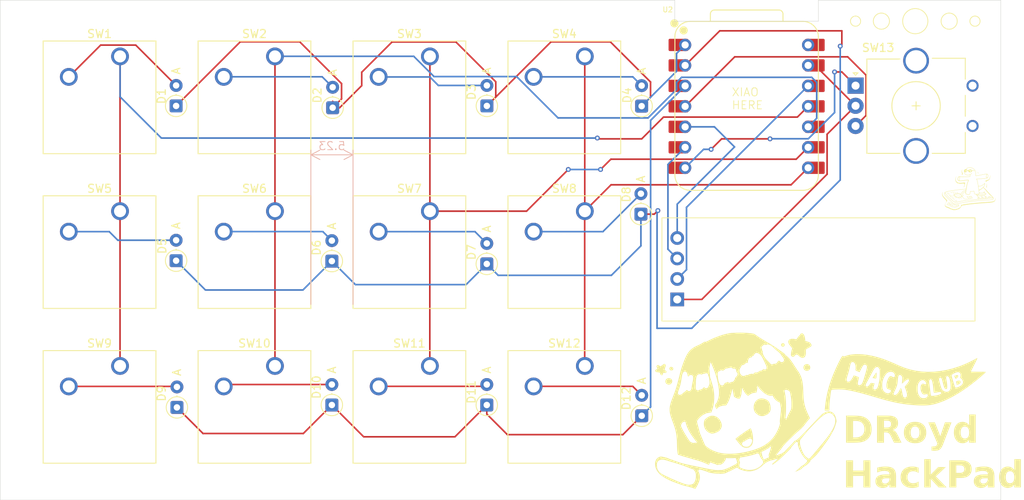
<source format=kicad_pcb>
(kicad_pcb (version 20241229) (generator "pcbnew") (generator_version "9.0")
  (layers (0 "F.Cu" signal) (2 "B.Cu" signal) (13 "F.Paste" user) (15 "B.Paste" user) (5 "F.SilkS" user "F.Silkscreen") (7 "B.SilkS" user "B.Silkscreen") (1 "F.Mask" user) (3 "B.Mask" user) (25 "Edge.Cuts" user))
  (net 0 "")
  (net 1 "+5V")
  (net 2 "Net-(D1-A)")
  (net 3 "GND")
  (net 4 "Row1")
  (net 5 "Net-(D3-A)")
  (net 6 "Net-(D4-A)")
  (net 7 "Net-(D5-A)")
  (net 8 "Net-(D6-A)")
  (net 9 "Row2")
  (net 10 "Net-(D7-A)")
  (net 11 "Net-(D8-A)")
  (net 12 "Net-(D9-A)")
  (net 13 "Row3")
  (net 14 "Net-(D10-A)")
  (net 15 "Net-(D11-A)")
  (net 16 "Net-(D12-A)")
  (net 17 "Net-(J1-SCL)")
  (net 18 "+3.3V")
  (net 19 "Net-(J1-SDA)")
  (net 20 "Col4")
  (net 21 "Net-(U2-GPIO29{slash}ADC3{slash}A3)")
  (net 22 "Net-(U2-GPIO0{slash}TX)")
  (net 23 "Col2")
  (net 24 "Col3")
  (net 25 "Col1")
  (net 26 "Net-(D2-A)")
  (footprint "ScottoKeebs_Components:OLED_128x32" (layer "F.Cu") (at 176.3 79.32)
    (property "Reference" "J1" (hide yes))
    (property "Value" "OLED_128x32")
    (pad "1" thru_hole rect (at 1.6 9.8 180) (size 1.7 1.7) (drill 1) (layers "*.Cu" "*.Mask") (net 3 "GND"))
    (pad "2" thru_hole oval (at 1.6 7.26 180) (size 1.7 1.7) (drill 1) (layers "*.Cu" "*.Mask") (net 18 "+3.3V"))
    (pad "3" thru_hole oval (at 1.6 4.72 180) (size 1.7 1.7) (drill 1) (layers "*.Cu" "*.Mask") (net 17 "Net-(J1-SCL)"))
    (pad "4" thru_hole oval (at 1.6 2.18 180) (size 1.7 1.7) (drill 1) (layers "*.Cu" "*.Mask") (net 19 "Net-(J1-SDA)"))
  )
  (footprint "Rotary_Encoder:RotaryEncoder_Alps_EC11E_Vertical_H20mm_CircularMountingHoles" (layer "F.Cu") (at 200 62.6)
    (property "Reference" "SW13" (at 2.8 -4.7 0) (layer "F.SilkS"))
    (property "Value" "RotaryEncoder")
    (pad "" thru_hole circle (at 14.5 0) (size 1.5 1.5) (drill 1) (layers "*.Cu" "*.Mask"))
    (pad "" thru_hole circle (at 14.5 5) (size 1.5 1.5) (drill 1) (layers "*.Cu" "*.Mask"))
    (pad "A" thru_hole rect (at 0 0) (size 2 2) (drill 1) (layers "*.Cu" "*.Mask") (net 22 "Net-(U2-GPIO0{slash}TX)"))
    (pad "B" thru_hole circle (at 0 5) (size 2 2) (drill 1) (layers "*.Cu" "*.Mask") (net 21 "Net-(U2-GPIO29{slash}ADC3{slash}A3)"))
    (pad "C" thru_hole circle (at 0 2.5) (size 2 2) (drill 1) (layers "*.Cu" "*.Mask") (net 3 "GND"))
    (pad "MP" thru_hole circle (at 7.5 -3.1) (size 3.2 3.2) (drill 2.6) (layers "*.Cu" "*.Mask"))
    (pad "MP" thru_hole circle (at 7.5 8.1) (size 3.2 3.2) (drill 2.6) (layers "*.Cu" "*.Mask"))
  )
  (footprint "OPL_FOLD:XIAO-RP2040-DIP" (layer "F.Cu") (at 186.5 65.1685)
    (property "Reference" "U2" (at -9.78 -12 0) (layer "F.SilkS") (effects (font (size 0.635 0.635) (thickness 0.1016))))
    (property "Value" "XIAO-RP2040-DIP")
    (pad "1" smd roundrect (at -8.455 -7.62 180) (size 2.432 1.524) (layers "F.Cu" "F.Mask") (roundrect_rratio 0.1) (net 4 "Row1"))
    (pad "1" thru_hole circle (at -7.62 -7.62 180) (size 1.524 1.524) (drill 0.889) (layers "*.Cu" "*.Mask") (net 4 "Row1"))
    (pad "2" smd roundrect (at -8.455 -5.08 180) (size 2.432 1.524) (layers "F.Cu" "F.Mask") (roundrect_rratio 0.1) (net 9 "Row2"))
    (pad "2" thru_hole circle (at -7.62 -5.08 180) (size 1.524 1.524) (drill 0.889) (layers "*.Cu" "*.Mask") (net 9 "Row2"))
    (pad "3" smd roundrect (at -8.455 -2.54 180) (size 2.432 1.524) (layers "F.Cu" "F.Mask") (roundrect_rratio 0.1) (net 13 "Row3"))
    (pad "3" thru_hole circle (at -7.62 -2.54 180) (size 1.524 1.524) (drill 0.889) (layers "*.Cu" "*.Mask") (net 13 "Row3"))
    (pad "4" smd roundrect (at -8.455 0 180) (size 2.432 1.524) (layers "F.Cu" "F.Mask") (roundrect_rratio 0.1) (net 21 "Net-(U2-GPIO29{slash}ADC3{slash}A3)"))
    (pad "4" thru_hole circle (at -7.62 0 180) (size 1.524 1.524) (drill 0.889) (layers "*.Cu" "*.Mask") (net 21 "Net-(U2-GPIO29{slash}ADC3{slash}A3)"))
    (pad "5" smd roundrect (at -8.455 2.54 180) (size 2.432 1.524) (layers "F.Cu" "F.Mask") (roundrect_rratio 0.1) (net 19 "Net-(J1-SDA)"))
    (pad "5" thru_hole circle (at -7.62 2.54 180) (size 1.524 1.524) (drill 0.889) (layers "*.Cu" "*.Mask") (net 19 "Net-(J1-SDA)"))
    (pad "6" smd roundrect (at -8.455 5.08 180) (size 2.432 1.524) (layers "F.Cu" "F.Mask") (roundrect_rratio 0.1) (net 17 "Net-(J1-SCL)"))
    (pad "6" thru_hole circle (at -7.62 5.08 180) (size 1.524 1.524) (drill 0.889) (layers "*.Cu" "*.Mask") (net 17 "Net-(J1-SCL)"))
    (pad "7" smd roundrect (at -8.455 7.62 180) (size 2.432 1.524) (layers "F.Cu" "F.Mask") (roundrect_rratio 0.1) (net 22 "Net-(U2-GPIO0{slash}TX)"))
    (pad "7" thru_hole circle (at -7.62 7.62 180) (size 1.524 1.524) (drill 0.889) (layers "*.Cu" "*.Mask") (net 22 "Net-(U2-GPIO0{slash}TX)"))
    (pad "8" thru_hole circle (at 7.62 7.62) (size 1.524 1.524) (drill 0.889) (layers "*.Cu" "*.Mask") (net 20 "Col4"))
    (pad "8" smd roundrect (at 8.455 7.62) (size 2.432 1.524) (layers "F.Cu" "F.Mask") (roundrect_rratio 0.1) (net 20 "Col4"))
    (pad "9" thru_hole circle (at 7.62 5.08) (size 1.524 1.524) (drill 0.889) (layers "*.Cu" "*.Mask") (net 24 "Col3"))
    (pad "9" smd roundrect (at 8.455 5.08) (size 2.432 1.524) (layers "F.Cu" "F.Mask") (roundrect_rratio 0.1) (net 24 "Col3"))
    (pad "10" thru_hole circle (at 7.62 2.54) (size 1.524 1.524) (drill 0.889) (layers "*.Cu" "*.Mask") (net 23 "Col2"))
    (pad "10" smd roundrect (at 8.455 2.54) (size 2.432 1.524) (layers "F.Cu" "F.Mask") (roundrect_rratio 0.1) (net 23 "Col2"))
    (pad "11" thru_hole circle (at 7.62 0) (size 1.524 1.524) (drill 0.889) (layers "*.Cu" "*.Mask") (net 25 "Col1"))
    (pad "11" smd roundrect (at 8.455 0) (size 2.432 1.524) (layers "F.Cu" "F.Mask") (roundrect_rratio 0.1) (net 25 "Col1"))
    (pad "12" thru_hole circle (at 7.62 -2.54) (size 1.524 1.524) (drill 0.889) (layers "*.Cu" "*.Mask") (net 18 "+3.3V"))
    (pad "12" smd roundrect (at 8.455 -2.54) (size 2.432 1.524) (layers "F.Cu" "F.Mask") (roundrect_rratio 0.1) (net 18 "+3.3V"))
    (pad "13" thru_hole circle (at 7.62 -5.08) (size 1.524 1.524) (drill 0.889) (layers "*.Cu" "*.Mask") (net 3 "GND"))
    (pad "13" smd roundrect (at 8.455 -5.08) (size 2.432 1.524) (layers "F.Cu" "F.Mask") (roundrect_rratio 0.1) (net 3 "GND"))
    (pad "14" thru_hole circle (at 7.62 -7.62) (size 1.524 1.524) (drill 0.889) (layers "*.Cu" "*.Mask") (net 1 "+5V"))
    (pad "14" smd roundrect (at 8.455 -7.62) (size 2.432 1.524) (layers "F.Cu" "F.Mask") (roundrect_rratio 0.1) (net 1 "+5V"))
  )
  (footprint "Diode_THT:D_DO-35_SOD27_P2.54mm_Vertical_AnodeUp" (layer "F.Cu") (at 154.3 102.214315 90)
    (property "Reference" "D11" (at 1.614315 -1.9 90) (layer "F.SilkS"))
    (property "Value" "1N4148")
    (fp_text user "A" (at 4.34 0 90) (layer "F.SilkS"))
    (pad "1" thru_hole roundrect (at 0 0 90) (size 1.6 1.6) (drill 0.8) (layers "*.Cu" "*.Mask") (roundrect_rratio 0.15625) (net 13 "Row3"))
    (pad "2" thru_hole circle (at 2.54 0 90) (size 1.6 1.6) (drill 0.8) (layers "*.Cu" "*.Mask") (net 15 "Net-(D11-A)"))
  )
  (footprint "LOGO" (layer "F.Cu") (at 206.2 99.4)
    (property "Reference" "G***" (hide yes))
    (property "Value" "LOGO" (hide yes))
  )
  (footprint "Diode_THT:D_DO-35_SOD27_P2.54mm_Vertical_AnodeUp" (layer "F.Cu") (at 115.8 65.114315 90)
    (property "Reference" "D1" (at 1.214315 -1.8 90) (layer "F.SilkS"))
    (property "Value" "1N4148")
    (fp_text user "A" (at 4.34 0 90) (layer "F.SilkS"))
    (pad "1" thru_hole roundrect (at 0 0 90) (size 1.6 1.6) (drill 0.8) (layers "*.Cu" "*.Mask") (roundrect_rratio 0.15625) (net 4 "Row1"))
    (pad "2" thru_hole circle (at 2.54 0 90) (size 1.6 1.6) (drill 0.8) (layers "*.Cu" "*.Mask") (net 2 "Net-(D1-A)"))
  )
  (footprint "LOGO" (layer "F.Cu") (at 214.2 75.4 -10)
    (property "Reference" "G***" (hide yes))
    (property "Value" "LOGO" (hide yes))
  )
  (footprint "Diode_THT:D_DO-35_SOD27_P2.54mm_Vertical_AnodeUp" (layer "F.Cu") (at 115.8 84.314315 90)
    (property "Reference" "D5" (at 1.814315 -1.726371 90) (layer "F.SilkS"))
    (property "Value" "1N4148")
    (fp_text user "A" (at 4.34 0 90) (layer "F.SilkS"))
    (pad "1" thru_hole roundrect (at 0 0 90) (size 1.6 1.6) (drill 0.8) (layers "*.Cu" "*.Mask") (roundrect_rratio 0.15625) (net 9 "Row2"))
    (pad "2" thru_hole circle (at 2.54 0 90) (size 1.6 1.6) (drill 0.8) (layers "*.Cu" "*.Mask") (net 7 "Net-(D5-A)"))
  )
  (footprint "Button_Switch_Keyboard:SW_Cherry_MX_1.00u_PCB" (layer "F.Cu") (at 147.25 78.17)
    (property "Reference" "SW7" (at -2.54 -2.794 0) (layer "F.SilkS"))
    (property "Value" "SW_Push")
    (pad "" np_thru_hole circle (at -7.62 5.08) (size 1.7 1.7) (drill 1.7) (layers "*.Cu" "*.Mask"))
    (pad "" np_thru_hole circle (at -2.54 5.08) (size 4 4) (drill 4) (layers "*.Cu" "*.Mask"))
    (pad "" np_thru_hole circle (at 2.54 5.08) (size 1.7 1.7) (drill 1.7) (layers "*.Cu" "*.Mask"))
    (pad "1" thru_hole circle (at 0 0) (size 2.2 2.2) (drill 1.5) (layers "*.Cu" "*.Mask") (net 24 "Col3"))
    (pad "2" thru_hole circle (at -6.35 2.54) (size 2.2 2.2) (drill 1.5) (layers "*.Cu" "*.Mask") (net 10 "Net-(D7-A)"))
  )
  (footprint "Button_Switch_Keyboard:SW_Cherry_MX_1.00u_PCB" (layer "F.Cu") (at 147.25 97.37)
    (property "Reference" "SW11" (at -2.54 -2.794 0) (layer "F.SilkS"))
    (property "Value" "SW_Push")
    (pad "" np_thru_hole circle (at -7.62 5.08) (size 1.7 1.7) (drill 1.7) (layers "*.Cu" "*.Mask"))
    (pad "" np_thru_hole circle (at -2.54 5.08) (size 4 4) (drill 4) (layers "*.Cu" "*.Mask"))
    (pad "" np_thru_hole circle (at 2.54 5.08) (size 1.7 1.7) (drill 1.7) (layers "*.Cu" "*.Mask"))
    (pad "1" thru_hole circle (at 0 0) (size 2.2 2.2) (drill 1.5) (layers "*.Cu" "*.Mask") (net 24 "Col3"))
    (pad "2" thru_hole circle (at -6.35 2.54) (size 2.2 2.2) (drill 1.5) (layers "*.Cu" "*.Mask") (net 15 "Net-(D11-A)"))
  )
  (footprint "Diode_THT:D_DO-35_SOD27_P2.54mm_Vertical_AnodeUp" (layer "F.Cu") (at 135.2 65.34 90)
    (property "Reference" "D2" (at 1.54 -1.9 90) (layer "F.SilkS"))
    (property "Value" "1N4148")
    (fp_text user "A" (at 4.34 0 90) (layer "F.SilkS"))
    (pad "1" thru_hole roundrect (at 0 0 90) (size 1.6 1.6) (drill 0.8) (layers "*.Cu" "*.Mask") (roundrect_rratio 0.15625) (net 4 "Row1"))
    (pad "2" thru_hole circle (at 2.54 0 90) (size 1.6 1.6) (drill 0.8) (layers "*.Cu" "*.Mask") (net 26 "Net-(D2-A)"))
  )
  (footprint "Diode_THT:D_DO-35_SOD27_P2.54mm_Vertical_AnodeUp" (layer "F.Cu") (at 173.4 78.54 90)
    (property "Reference" "D8" (at 2.44 -1.8 90) (layer "F.SilkS"))
    (property "Value" "1N4148")
    (fp_text user "A" (at 4.34 0 90) (layer "F.SilkS"))
    (pad "1" thru_hole roundrect (at 0 0 90) (size 1.6 1.6) (drill 0.8) (layers "*.Cu" "*.Mask") (roundrect_rratio 0.15625) (net 9 "Row2"))
    (pad "2" thru_hole circle (at 2.54 0 90) (size 1.6 1.6) (drill 0.8) (layers "*.Cu" "*.Mask") (net 11 "Net-(D8-A)"))
  )
  (footprint "Button_Switch_Keyboard:SW_Cherry_MX_1.00u_PCB" (layer "F.Cu") (at 166.45 58.97)
    (property "Reference" "SW4" (at -2.54 -2.794 0) (layer "F.SilkS"))
    (property "Value" "SW_Push")
    (pad "" np_thru_hole circle (at -7.62 5.08) (size 1.7 1.7) (drill 1.7) (layers "*.Cu" "*.Mask"))
    (pad "" np_thru_hole circle (at -2.54 5.08) (size 4 4) (drill 4) (layers "*.Cu" "*.Mask"))
    (pad "" np_thru_hole circle (at 2.54 5.08) (size 1.7 1.7) (drill 1.7) (layers "*.Cu" "*.Mask"))
    (pad "1" thru_hole circle (at 0 0) (size 2.2 2.2) (drill 1.5) (layers "*.Cu" "*.Mask") (net 20 "Col4"))
    (pad "2" thru_hole circle (at -6.35 2.54) (size 2.2 2.2) (drill 1.5) (layers "*.Cu" "*.Mask") (net 6 "Net-(D4-A)"))
  )
  (footprint "Button_Switch_Keyboard:SW_Cherry_MX_1.00u_PCB" (layer "F.Cu") (at 128.05 58.97)
    (property "Reference" "SW2" (at -2.54 -2.794 0) (layer "F.SilkS"))
    (property "Value" "SW_Push")
    (pad "" np_thru_hole circle (at -7.62 5.08) (size 1.7 1.7) (drill 1.7) (layers "*.Cu" "*.Mask"))
    (pad "" np_thru_hole circle (at -2.54 5.08) (size 4 4) (drill 4) (layers "*.Cu" "*.Mask"))
    (pad "" np_thru_hole circle (at 2.54 5.08) (size 1.7 1.7) (drill 1.7) (layers "*.Cu" "*.Mask"))
    (pad "1" thru_hole circle (at 0 0) (size 2.2 2.2) (drill 1.5) (layers "*.Cu" "*.Mask") (net 23 "Col2"))
    (pad "2" thru_hole circle (at -6.35 2.54) (size 2.2 2.2) (drill 1.5) (layers "*.Cu" "*.Mask") (net 26 "Net-(D2-A)"))
  )
  (footprint "Diode_THT:D_DO-35_SOD27_P2.54mm_Vertical_AnodeUp" (layer "F.Cu") (at 135.1 84.364315 90)
    (property "Reference" "D6" (at 1.664315 -1.9 90) (layer "F.SilkS"))
    (property "Value" "1N4148")
    (fp_text user "A" (at 4.34 0 90) (layer "F.SilkS"))
    (pad "1" thru_hole roundrect (at 0 0 90) (size 1.6 1.6) (drill 0.8) (layers "*.Cu" "*.Mask") (roundrect_rratio 0.15625) (net 9 "Row2"))
    (pad "2" thru_hole circle (at 2.54 0 90) (size 1.6 1.6) (drill 0.8) (layers "*.Cu" "*.Mask") (net 8 "Net-(D6-A)"))
  )
  (footprint "Button_Switch_Keyboard:SW_Cherry_MX_1.00u_PCB" (layer "F.Cu") (at 166.45 97.37)
    (property "Reference" "SW12" (at -2.54 -2.794 0) (layer "F.SilkS"))
    (property "Value" "SW_Push")
    (pad "" np_thru_hole circle (at -7.62 5.08) (size 1.7 1.7) (drill 1.7) (layers "*.Cu" "*.Mask"))
    (pad "" np_thru_hole circle (at -2.54 5.08) (size 4 4) (drill 4) (layers "*.Cu" "*.Mask"))
    (pad "" np_thru_hole circle (at 2.54 5.08) (size 1.7 1.7) (drill 1.7) (layers "*.Cu" "*.Mask"))
    (pad "1" thru_hole circle (at 0 0) (size 2.2 2.2) (drill 1.5) (layers "*.Cu" "*.Mask") (net 20 "Col4"))
    (pad "2" thru_hole circle (at -6.35 2.54) (size 2.2 2.2) (drill 1.5) (layers "*.Cu" "*.Mask") (net 16 "Net-(D12-A)"))
  )
  (footprint "Diode_THT:D_DO-35_SOD27_P2.54mm_Vertical_AnodeUp" (layer "F.Cu") (at 154.3 84.714315 90)
    (property "Reference" "D7" (at 1.464315 -1.9 90) (layer "F.SilkS"))
    (property "Value" "1N4148")
    (fp_text user "A" (at 4.34 0 90) (layer "F.SilkS"))
    (pad "1" thru_hole roundrect (at 0 0 90) (size 1.6 1.6) (drill 0.8) (layers "*.Cu" "*.Mask") (roundrect_rratio 0.15625) (net 9 "Row2"))
    (pad "2" thru_hole circle (at 2.54 0 90) (size 1.6 1.6) (drill 0.8) (layers "*.Cu" "*.Mask") (net 10 "Net-(D7-A)"))
  )
  (footprint "Button_Switch_Keyboard:SW_Cherry_MX_1.00u_PCB" (layer "F.Cu") (at 128.05 97.37)
    (property "Reference" "SW10" (at -2.54 -2.794 0) (layer "F.SilkS"))
    (property "Value" "SW_Push")
    (pad "" np_thru_hole circle (at -7.62 5.08) (size 1.7 1.7) (drill 1.7) (layers "*.Cu" "*.Mask"))
    (pad "" np_thru_hole circle (at -2.54 5.08) (size 4 4) (drill 4) (layers "*.Cu" "*.Mask"))
    (pad "" np_thru_hole circle (at 2.54 5.08) (size 1.7 1.7) (drill 1.7) (layers "*.Cu" "*.Mask"))
    (pad "1" thru_hole circle (at 0 0) (size 2.2 2.2) (drill 1.5) (layers "*.Cu" "*.Mask") (net 23 "Col2"))
    (pad "2" thru_hole circle (at -6.35 2.54) (size 2.2 2.2) (drill 1.5) (layers "*.Cu" "*.Mask") (net 14 "Net-(D10-A)"))
  )
  (footprint "Diode_THT:D_DO-35_SOD27_P2.54mm_Vertical_AnodeUp" (layer "F.Cu") (at 115.9 102.514315 90)
    (property "Reference" "D9" (at 1.714315 -1.9 90) (layer "F.SilkS"))
    (property "Value" "1N4148")
    (fp_text user "A" (at 4.34 0 90) (layer "F.SilkS"))
    (pad "1" thru_hole roundrect (at 0 0 90) (size 1.6 1.6) (drill 0.8) (layers "*.Cu" "*.Mask") (roundrect_rratio 0.15625) (net 13 "Row3"))
    (pad "2" thru_hole circle (at 2.54 0 90) (size 1.6 1.6) (drill 0.8) (layers "*.Cu" "*.Mask") (net 12 "Net-(D9-A)"))
  )
  (footprint "Diode_THT:D_DO-35_SOD27_P2.54mm_Vertical_AnodeUp" (layer "F.Cu") (at 173.5 103.554315 90)
    (property "Reference" "D12" (at 2.154315 -1.9 90) (layer "F.SilkS"))
    (property "Value" "1N4148")
    (fp_text user "A" (at 4.34 0 90) (layer "F.SilkS"))
    (pad "1" thru_hole roundrect (at 0 0 90) (size 1.6 1.6) (drill 0.8) (layers "*.Cu" "*.Mask") (roundrect_rratio 0.15625) (net 13 "Row3"))
    (pad "2" thru_hole circle (at 2.54 0 90) (size 1.6 1.6) (drill 0.8) (layers "*.Cu" "*.Mask") (net 16 "Net-(D12-A)"))
  )
  (footprint "Diode_THT:D_DO-35_SOD27_P2.54mm_Vertical_AnodeUp" (layer "F.Cu") (at 135.1 102.214315 90)
    (property "Reference" "D10" (at 2.214315 -1.9 90) (layer "F.SilkS"))
    (property "Value" "1N4148")
    (fp_text user "A" (at 4.34 0 90) (layer "F.SilkS"))
    (pad "1" thru_hole roundrect (at 0 0 90) (size 1.6 1.6) (drill 0.8) (layers "*.Cu" "*.Mask") (roundrect_rratio 0.15625) (net 13 "Row3"))
    (pad "2" thru_hole circle (at 2.54 0 90) (size 1.6 1.6) (drill 0.8) (layers "*.Cu" "*.Mask") (net 14 "Net-(D10-A)"))
  )
  (footprint "Button_Switch_Keyboard:SW_Cherry_MX_1.00u_PCB" (layer "F.Cu") (at 108.85 58.97)
    (property "Reference" "SW1" (at -2.54 -2.794 0) (layer "F.SilkS"))
    (property "Value" "SW_Push")
    (pad "" np_thru_hole circle (at -7.62 5.08) (size 1.7 1.7) (drill 1.7) (layers "*.Cu" "*.Mask"))
    (pad "" np_thru_hole circle (at -2.54 5.08) (size 4 4) (drill 4) (layers "*.Cu" "*.Mask"))
    (pad "" np_thru_hole circle (at 2.54 5.08) (size 1.7 1.7) (drill 1.7) (layers "*.Cu" "*.Mask"))
    (pad "1" thru_hole circle (at 0 0) (size 2.2 2.2) (drill 1.5) (layers "*.Cu" "*.Mask") (net 25 "Col1"))
    (pad "2" thru_hole circle (at -6.35 2.54) (size 2.2 2.2) (drill 1.5) (layers "*.Cu" "*.Mask") (net 2 "Net-(D1-A)"))
  )
  (footprint "Diode_THT:D_DO-35_SOD27_P2.54mm_Vertical_AnodeUp" (layer "F.Cu") (at 173.49 65.14 90)
    (property "Reference" "D4" (at 1.34 -1.79 90) (layer "F.SilkS"))
    (property "Value" "1N4148")
    (fp_text user "A" (at 4.34 0 90) (layer "F.SilkS"))
    (pad "1" thru_hole roundrect (at 0 0 90) (size 1.6 1.6) (drill 0.8) (layers "*.Cu" "*.Mask") (roundrect_rratio 0.15625) (net 4 "Row1"))
    (pad "2" thru_hole circle (at 2.54 0 90) (size 1.6 1.6) (drill 0.8) (layers "*.Cu" "*.Mask") (net 6 "Net-(D4-A)"))
  )
  (footprint "Button_Switch_Keyboard:SW_Cherry_MX_1.00u_PCB" (layer "F.Cu") (at 128.05 78.17)
    (property "Reference" "SW6" (at -2.54 -2.794 0) (layer "F.SilkS"))
    (property "Value" "SW_Push")
    (pad "" np_thru_hole circle (at -7.62 5.08) (size 1.7 1.7) (drill 1.7) (layers "*.Cu" "*.Mask"))
    (pad "" np_thru_hole circle (at -2.54 5.08) (size 4 4) (drill 4) (layers "*.Cu" "*.Mask"))
    (pad "" np_thru_hole circle (at 2.54 5.08) (size 1.7 1.7) (drill 1.7) (layers "*.Cu" "*.Mask"))
    (pad "1" thru_hole circle (at 0 0) (size 2.2 2.2) (drill 1.5) (layers "*.Cu" "*.Mask") (net 23 "Col2"))
    (pad "2" thru_hole circle (at -6.35 2.54) (size 2.2 2.2) (drill 1.5) (layers "*.Cu" "*.Mask") (net 8 "Net-(D6-A)"))
  )
  (footprint "Button_Switch_Keyboard:SW_Cherry_MX_1.00u_PCB" (layer "F.Cu") (at 147.25 58.97)
    (property "Reference" "SW3" (at -2.54 -2.794 0) (layer "F.SilkS"))
    (property "Value" "SW_Push")
    (pad "" np_thru_hole circle (at -7.62 5.08) (size 1.7 1.7) (drill 1.7) (layers "*.Cu" "*.Mask"))
    (pad "" np_thru_hole circle (at -2.54 5.08) (size 4 4) (drill 4) (layers "*.Cu" "*.Mask"))
    (pad "" np_thru_hole circle (at 2.54 5.08) (size 1.7 1.7) (drill 1.7) (layers "*.Cu" "*.Mask"))
    (pad "1" thru_hole circle (at 0 0) (size 2.2 2.2) (drill 1.5) (layers "*.Cu" "*.Mask") (net 24 "Col3"))
    (pad "2" thru_hole circle (at -6.35 2.54) (size 2.2 2.2) (drill 1.5) (layers "*.Cu" "*.Mask") (net 5 "Net-(D3-A)"))
  )
  (footprint "Button_Switch_Keyboard:SW_Cherry_MX_1.00u_PCB" (layer "F.Cu") (at 108.85 78.17)
    (property "Reference" "SW5" (at -2.54 -2.794 0) (layer "F.SilkS"))
    (property "Value" "SW_Push")
    (pad "" np_thru_hole circle (at -7.62 5.08) (size 1.7 1.7) (drill 1.7) (layers "*.Cu" "*.Mask"))
    (pad "" np_thru_hole circle (at -2.54 5.08) (size 4 4) (drill 4) (layers "*.Cu" "*.Mask"))
    (pad "" np_thru_hole circle (at 2.54 5.08) (size 1.7 1.7) (drill 1.7) (layers "*.Cu" "*.Mask"))
    (pad "1" thru_hole circle (at 0 0) (size 2.2 2.2) (drill 1.5) (layers "*.Cu" "*.Mask") (net 25 "Col1"))
    (pad "2" thru_hole circle (at -6.35 2.54) (size 2.2 2.2) (drill 1.5) (layers "*.Cu" "*.Mask") (net 7 "Net-(D5-A)"))
  )
  (footprint "Button_Switch_Keyboard:SW_Cherry_MX_1.00u_PCB" (layer "F.Cu") (at 108.85 97.37)
    (property "Reference" "SW9" (at -2.54 -2.794 0) (layer "F.SilkS"))
    (property "Value" "SW_Push")
    (pad "" np_thru_hole circle (at -7.62 5.08) (size 1.7 1.7) (drill 1.7) (layers "*.Cu" "*.Mask"))
    (pad "" np_thru_hole circle (at -2.54 5.08) (size 4 4) (drill 4) (layers "*.Cu" "*.Mask"))
    (pad "" np_thru_hole circle (at 2.54 5.08) (size 1.7 1.7) (drill 1.7) (layers "*.Cu" "*.Mask"))
    (pad "1" thru_hole circle (at 0 0) (size 2.2 2.2) (drill 1.5) (layers "*.Cu" "*.Mask") (net 25 "Col1"))
    (pad "2" thru_hole circle (at -6.35 2.54) (size 2.2 2.2) (drill 1.5) (layers "*.Cu" "*.Mask") (net 12 "Net-(D9-A)"))
  )
  (footprint "LOGO" (layer "F.Cu") (at 185.707714 102.8)
    (property "Reference" "G***" (hide yes))
    (property "Value" "LOGO" (hide yes))
  )
  (footprint "Button_Switch_Keyboard:SW_Cherry_MX_1.00u_PCB" (layer "F.Cu") (at 166.45 78.17)
    (property "Reference" "SW8" (at -2.54 -2.794 0) (layer "F.SilkS"))
    (property "Value" "SW_Push")
    (pad "" np_thru_hole circle (at -7.62 5.08) (size 1.7 1.7) (drill 1.7) (layers "*.Cu" "*.Mask"))
    (pad "" np_thru_hole circle (at -2.54 5.08) (size 4 4) (drill 4) (layers "*.Cu" "*.Mask"))
    (pad "" np_thru_hole circle (at 2.54 5.08) (size 1.7 1.7) (drill 1.7) (layers "*.Cu" "*.Mask"))
    (pad "1" thru_hole circle (at 0 0) (size 2.2 2.2) (drill 1.5) (layers "*.Cu" "*.Mask") (net 20 "Col4"))
    (pad "2" thru_hole circle (at -6.35 2.54) (size 2.2 2.2) (drill 1.5) (layers "*.Cu" "*.Mask") (net 11 "Net-(D8-A)"))
  )
  (footprint "Diode_THT:D_DO-35_SOD27_P2.54mm_Vertical_AnodeUp" (layer "F.Cu") (at 154.31 65.114315 90)
    (property "Reference" "D3" (at 1.714315 -1.91 90) (layer "F.SilkS"))
    (property "Value" "1N4148")
    (fp_text user "A" (at 4.34 0 90) (layer "F.SilkS"))
    (pad "1" thru_hole roundrect (at 0 0 90) (size 1.6 1.6) (drill 0.8) (layers "*.Cu" "*.Mask") (roundrect_rratio 0.15625) (net 4 "Row1"))
    (pad "2" thru_hole circle (at 2.54 0 90) (size 1.6 1.6) (drill 0.8) (layers "*.Cu" "*.Mask") (net 5 "Net-(D3-A)"))
  )
  (gr_circle (center 207.4 54.6) (end 206.2 53.6) (stroke (width 0.1)) (fill no) (layer "F.SilkS"))
  (gr_circle (center 211.6 54.6) (end 212.2 55.4) (stroke (width 0.1)) (fill no) (layer "F.SilkS"))
  (gr_circle (center 203.2 54.6) (end 202.6 53.8) (stroke (width 0.1)) (fill no) (layer "F.SilkS"))
  (gr_rect (start 176 79) (end 214.8 91.8) (stroke (width 0.1)) (fill no) (layer "F.SilkS"))
  (gr_circle (center 200 54.6) (end 200.6 54.4) (stroke (width 0.1)) (fill no) (layer "F.SilkS"))
  (gr_circle (center 214.8 54.6) (end 214.2 54.8) (stroke (width 0.1)) (fill no) (layer "F.SilkS"))
  (gr_line (start 177.6 52) (end 177.6 54.6) (stroke (width 0.05)) (layer "Edge.Cuts"))
  (gr_line (start 218 52) (end 218 114) (stroke (width 0.05)) (layer "Edge.Cuts"))
  (gr_line (start 195.4 52) (end 218 52) (stroke (width 0.05)) (layer "Edge.Cuts"))
  (gr_line (start 177.6 54.6) (end 195.4 54.6) (stroke (width 0.05)) (layer "Edge.Cuts"))
  (gr_line (start 94 114) (end 94 52) (stroke (width 0.05)) (layer "Edge.Cuts"))
  (gr_line (start 195.4 54.6) (end 195.4 52) (stroke (width 0.05)) (layer "Edge.Cuts"))
  (gr_line (start 218 114) (end 94 114) (stroke (width 0.05)) (layer "Edge.Cuts"))
  (gr_line (start 94 52) (end 177.6 52) (stroke (width 0.05)) (layer "Edge.Cuts"))
  (gr_text "DRoyd\nHackPad" (at 198.4 113 0) (layer "F.SilkS") (effects (font (size 3.3 3.3) (thickness 0.4) (bold yes)) (justify left bottom)))
  (gr_text "XIAO\nHERE" (at 184.6 65.6 0) (layer "F.SilkS") (effects (font (size 1 1) (thickness 0.1)) (justify left bottom)))
  (dimension (type orthogonal) (layer "B.SilkS") (pts (xy 132.495 90.235) (xy 137.725 90.235)) (height -19.055) (orientation 0) (format (prefix "") (suffix "") (units 3) (units_format 0) (precision 4) (suppress_zeroes yes)) (style (thickness 0.1) (arrow_length 1.27) (text_position_mode 0) (arrow_direction outward) (extension_height 0.58642) (extension_offset 0.5) (keep_text_aligned yes)) (gr_text "5.23" (at 135.11 70.08 0) (layer "B.SilkS") (effects (font (size 1 1) (thickness 0.1)) (justify mirror))))
  (segment (start 110.794685 57.569) (end 106.451 57.569) (width 0.2) (layer "F.Cu") (net 2))
  (segment (start 106.451 57.569) (end 102.51 61.51) (width 0.2) (layer "F.Cu") (net 2))
  (segment (start 115.8 62.574315) (end 110.794685 57.569) (width 0.2) (layer "F.Cu") (net 2))
  (segment (start 180.942126 89.12) (end 177.9 89.12) (width 0.2) (layer "F.Cu") (net 3))
  (segment (start 196.472 68.628) (end 196.472 73.590126) (width 0.2) (layer "F.Cu") (net 3))
  (segment (start 196.472 73.590126) (end 180.942126 89.12) (width 0.2) (layer "F.Cu") (net 3))
  (segment (start 194.9885 60.0885) (end 200 65.1) (width 0.2) (layer "F.Cu") (net 3))
  (segment (start 194.12 60.0885) (end 194.9885 60.0885) (width 0.2) (layer "F.Cu") (net 3))
  (segment (start 200 65.1) (end 196.472 68.628) (width 0.2) (layer "F.Cu") (net 3))
  (segment (start 138.8 60.94) (end 142.562 57.178) (width 0.2) (layer "F.Cu") (net 4))
  (segment (start 115.8 65.114315) (end 123.756315 57.158) (width 0.2) (layer "F.Cu") (net 4))
  (segment (start 169.61505 57.168) (end 174.591 62.14395) (width 0.2) (layer "F.Cu") (net 4))
  (segment (start 138.8 62.6) (end 138.8 60.94) (width 0.2) (layer "F.Cu") (net 4))
  (segment (start 135.2 65.34) (end 136.06 65.34) (width 0.2) (layer "F.Cu") (net 4))
  (segment (start 174.591 64.039) (end 173.49 65.14) (width 0.2) (layer "F.Cu") (net 4))
  (segment (start 155.411 64.013315) (end 154.31 65.114315) (width 0.2) (layer "F.Cu") (net 4))
  (segment (start 136.06 65.34) (end 138.8 62.6) (width 0.2) (layer "F.Cu") (net 4))
  (segment (start 142.562 57.178) (end 150.470735 57.178) (width 0.2) (layer "F.Cu") (net 4))
  (segment (start 131.11505 57.158) (end 136.301 62.34395) (width 0.2) (layer "F.Cu") (net 4))
  (segment (start 162.256315 57.168) (end 169.61505 57.168) (width 0.2) (layer "F.Cu") (net 4))
  (segment (start 174.591 62.14395) (end 174.591 64.039) (width 0.2) (layer "F.Cu") (net 4))
  (segment (start 123.756315 57.158) (end 131.11505 57.158) (width 0.2) (layer "F.Cu") (net 4))
  (segment (start 135.2 65.34) (end 135.2 64.54) (width 0.2) (layer "F.Cu") (net 4))
  (segment (start 136.301 64.239) (end 135.2 65.34) (width 0.2) (layer "F.Cu") (net 4))
  (segment (start 136.301 62.34395) (end 136.301 64.239) (width 0.2) (layer "F.Cu") (net 4))
  (segment (start 155.411 62.118265) (end 155.411 64.013315) (width 0.2) (layer "F.Cu") (net 4))
  (segment (start 150.470735 57.178) (end 155.411 62.118265) (width 0.2) (layer "F.Cu") (net 4))
  (segment (start 154.31 65.114315) (end 162.256315 57.168) (width 0.2) (layer "F.Cu") (net 4))
  (segment (start 177.817 60.813) (end 173.49 65.14) (width 0.2) (layer "B.Cu") (net 4))
  (segment (start 177.817 58.6115) (end 177.817 60.813) (width 0.2) (layer "B.Cu") (net 4))
  (segment (start 178.88 57.5485) (end 177.817 58.6115) (width 0.2) (layer "B.Cu") (net 4))
  (segment (start 148.295901 62.574315) (end 154.31 62.574315) (width 0.2) (layer "B.Cu") (net 5))
  (segment (start 147.241586 61.52) (end 148.295901 62.574315) (width 0.2) (layer "B.Cu") (net 5))
  (segment (start 140.9 61.52) (end 147.241586 61.52) (width 0.2) (layer "B.Cu") (net 5))
  (segment (start 160.09 61.51) (end 172.4 61.51) (width 0.2) (layer "B.Cu") (net 6))
  (segment (start 172.4 61.51) (end 173.49 62.6) (width 0.2) (layer "B.Cu") (net 6))
  (segment (start 107.51 80.71) (end 108.574315 81.774315) (width 0.2) (layer "B.Cu") (net 7))
  (segment (start 102.5 80.71) (end 107.51 80.71) (width 0.2) (layer "B.Cu") (net 7))
  (segment (start 108.574315 81.774315) (end 115.8 81.774315) (width 0.2) (layer "B.Cu") (net 7))
  (segment (start 121.7 80.7) (end 133.975685 80.7) (width 0.2) (layer "B.Cu") (net 8))
  (segment (start 133.975685 80.7) (end 135.1 81.824315) (width 0.2) (layer "B.Cu") (net 8))
  (segment (start 183.1685 55.8) (end 198.3 55.8) (width 0.2) (layer "F.Cu") (net 9))
  (segment (start 175.06 78.54) (end 173.4 78.54) (width 0.2) (layer "F.Cu") (net 9))
  (segment (start 175.5 78.1) (end 175.06 78.54) (width 0.2) (layer "F.Cu") (net 9))
  (segment (start 198.3 57.5) (end 198.1 57.7) (width 0.2) (layer "F.Cu") (net 9))
  (segment (start 198.3 55.8) (end 198.3 57.5) (width 0.2) (layer "F.Cu") (net 9))
  (segment (start 178.88 60.0885) (end 183.1685 55.8) (width 0.2) (layer "F.Cu") (net 9))
  (via (at 175.5 78.1) (size 0.6) (drill 0.3) (layers "F.Cu" "B.Cu") (net 9))
  (via (at 198.1 57.7) (size 0.6) (drill 0.3) (layers "F.Cu" "B.Cu") (net 9))
  (segment (start 179.7 92.7) (end 175.4 92.7) (width 0.2) (layer "B.Cu") (net 9))
  (segment (start 131.514315 87.95) (end 119.435685 87.95) (width 0.2) (layer "B.Cu") (net 9))
  (segment (start 173.4 82.47) (end 173.4 78.54) (width 0.2) (layer "B.Cu") (net 9))
  (segment (start 154.3 84.714315) (end 155.715685 86.13) (width 0.2) (layer "B.Cu") (net 9))
  (segment (start 135.1 84.364315) (end 131.514315 87.95) (width 0.2) (layer "B.Cu") (net 9))
  (segment (start 151.734315 87.28) (end 154.3 84.714315) (width 0.2) (layer "B.Cu") (net 9))
  (segment (start 135.1 84.364315) (end 138.015685 87.28) (width 0.2) (layer "B.Cu") (net 9))
  (segment (start 175.4 92.7) (end 175.4 78.2) (width 0.2) (layer "B.Cu") (net 9))
  (segment (start 169.74 86.13) (end 173.4 82.47) (width 0.2) (layer "B.Cu") (net 9))
  (segment (start 198.1 57.7) (end 198.1 74.3) (width 0.2) (layer "B.Cu") (net 9))
  (segment (start 198.1 74.3) (end 179.7 92.7) (width 0.2) (layer "B.Cu") (net 9))
  (segment (start 138.015685 87.28) (end 151.734315 87.28) (width 0.2) (layer "B.Cu") (net 9))
  (segment (start 175.4 78.2) (end 175.5 78.1) (width 0.2) (layer "B.Cu") (net 9))
  (segment (start 119.435685 87.95) (end 115.8 84.314315) (width 0.2) (layer "B.Cu") (net 9))
  (segment (start 155.715685 86.13) (end 169.74 86.13) (width 0.2) (layer "B.Cu") (net 9))
  (segment (start 152.835685 80.71) (end 154.3 82.174315) (width 0.2) (layer "B.Cu") (net 10))
  (segment (start 140.89 80.71) (end 152.835685 80.71) (width 0.2) (layer "B.Cu") (net 10))
  (segment (start 160.08 80.71) (end 168.69 80.71) (width 0.2) (layer "B.Cu") (net 11))
  (segment (start 168.69 80.71) (end 173.4 76) (width 0.2) (layer "B.Cu") (net 11))
  (segment (start 102.5 99.91) (end 115.835685 99.91) (width 0.2) (layer "F.Cu") (net 12))
  (segment (start 115.835685 99.91) (end 115.9 99.974315) (width 0.2) (layer "F.Cu") (net 12))
  (segment (start 173.5 103.554315) (end 171.164315 105.89) (width 0.2) (layer "F.Cu") (net 13))
  (segment (start 156.85 105.89) (end 154.3 103.34) (width 0.2) (layer "F.Cu") (net 13))
  (segment (start 139.045685 106.16) (end 135.1 102.214315) (width 0.2) (layer "F.Cu") (net 13))
  (segment (start 154.3 103.34) (end 154.3 102.214315) (width 0.2) (layer "F.Cu") (net 13))
  (segment (start 119.135685 105.75) (end 115.9 102.514315) (width 0.2) (layer "F.Cu") (net 13))
  (segment (start 154.3 102.214315) (end 150.354315 106.16) (width 0.2) (layer "F.Cu") (net 13))
  (segment (start 171.164315 105.89) (end 156.85 105.89) (width 0.2) (layer "F.Cu") (net 13))
  (segment (start 131.564315 105.75) (end 119.135685 105.75) (width 0.2) (layer "F.Cu") (net 13))
  (segment (start 135.1 102.214315) (end 131.564315 105.75) (width 0.2) (layer "F.Cu") (net 13))
  (segment (start 150.354315 106.16) (end 139.045685 106.16) (width 0.2) (layer "F.Cu") (net 13))
  (segment (start 174.601 66.9075) (end 174.601 102.453315) (width 0.2) (layer "B.Cu") (net 13))
  (segment (start 178.88 62.6285) (end 174.601 66.9075) (width 0.2) (layer "B.Cu") (net 13))
  (segment (start 174.601 102.453315) (end 173.5 103.554315) (width 0.2) (layer "B.Cu") (net 13))
  (segment (start 121.7 99.9) (end 122.5 99.9) (width 0.2) (layer "F.Cu") (net 14))
  (segment (start 122.5 99.9) (end 122.725685 99.674315) (width 0.2) (layer "F.Cu") (net 14))
  (segment (start 122.725685 99.674315) (end 135.1 99.674315) (width 0.2) (layer "F.Cu") (net 14))
  (segment (start 140.88 99.9) (end 154.074315 99.9) (width 0.2) (layer "F.Cu") (net 15))
  (segment (start 154.074315 99.9) (end 154.3 99.674315) (width 0.2) (layer "F.Cu") (net 15))
  (segment (start 160.08 99.9) (end 172.385685 99.9) (width 0.2) (layer "F.Cu") (net 16))
  (segment (start 172.385685 99.9) (end 173.5 101.014315) (width 0.2) (layer "F.Cu") (net 16))
  (segment (start 176.749 82.889) (end 176.749 72.3795) (width 0.2) (layer "B.Cu") (net 17))
  (segment (start 176.749 72.3795) (end 178.88 70.2485) (width 0.2) (layer "B.Cu") (net 17))
  (segment (start 177.9 84.04) (end 176.749 82.889) (width 0.2) (layer "B.Cu") (net 17))
  (segment (start 179.051 77.6975) (end 194.12 62.6285) (width 0.2) (layer "B.Cu") (net 18))
  (segment (start 179.051 85.429) (end 179.051 77.6975) (width 0.2) (layer "B.Cu") (net 18))
  (segment (start 177.9 86.58) (end 179.051 85.429) (width 0.2) (layer "B.Cu") (net 18))
  (segment (start 177.9 77.3) (end 177.9 81.5) (width 0.2) (layer "B.Cu") (net 19))
  (segment (start 185 70.2) (end 177.9 77.3) (width 0.2) (layer "B.Cu") (net 19))
  (segment (start 178.88 67.7085) (end 182.5085 67.7085) (width 0.2) (layer "B.Cu") (net 19))
  (segment (start 182.5085 67.7085) (end 185 70.2) (width 0.2) (layer "B.Cu") (net 19))
  (segment (start 166.44 58.97) (end 166.44 78.16) (width 0.2) (layer "F.Cu") (net 20))
  (segment (start 166.43 78.17) (end 169.701 74.899) (width 0.2) (layer "F.Cu") (net 20))
  (segment (start 166.43 78.17) (end 166.43 97.36) (width 0.2) (layer "F.Cu") (net 20))
  (segment (start 166.44 78.16) (end 166.43 78.17) (width 0.2) (layer "F.Cu") (net 20))
  (segment (start 169.701 74.899) (end 192.0095 74.899) (width 0.2) (layer "F.Cu") (net 20))
  (segment (start 192.0095 74.899) (end 194.12 72.7885) (width 0.2) (layer "F.Cu") (net 20))
  (segment (start 200 67.6) (end 201.301 66.299) (width 0.2) (layer "F.Cu") (net 21))
  (segment (start 201.301 61.299) (end 199.0275 59.0255) (width 0.2) (layer "F.Cu") (net 21))
  (segment (start 199.0275 59.0255) (end 185.023 59.0255) (width 0.2) (layer "F.Cu") (net 21))
  (segment (start 201.301 66.299) (end 201.301 61.299) (width 0.2) (layer "F.Cu") (net 21))
  (segment (start 185.023 59.0255) (end 178.88 65.1685) (width 0.2) (layer "F.Cu") (net 21))
  (segment (start 200 62.6) (end 198.3 60.9) (width 0.2) (layer "F.Cu") (net 22))
  (segment (start 198.3 60.9) (end 197.4 60.9) (width 0.2) (layer "F.Cu") (net 22))
  (segment (start 189.4 69.2) (end 183.4 69.2) (width 0.2) (layer "F.Cu") (net 22))
  (segment (start 183.4 69.2) (end 182.1 70.5) (width 0.2) (layer "F.Cu") (net 22))
  (via (at 182.1 70.5) (size 0.6) (drill 0.3) (layers "F.Cu" "B.Cu") (net 22))
  (via (at 189.4 69.2) (size 0.6) (drill 0.3) (layers "F.Cu" "B.Cu") (net 22))
  (via (at 197.4 60.9) (size 0.6) (drill 0.3) (layers "F.Cu" "B.Cu") (net 22))
  (segment (start 189.4145 69.1855) (end 189.4 69.2) (width 0.2) (layer "B.Cu") (net 22))
  (segment (start 194.14631 69.1855) (end 189.4145 69.1855) (width 0.2) (layer "B.Cu") (net 22))
  (segment (start 182.1 70.5) (end 181.1685 70.5) (width 0.2) (layer "B.Cu") (net 22))
  (segment (start 197.4 65.93181) (end 194.14631 69.1855) (width 0.2) (layer "B.Cu") (net 22))
  (segment (start 181.1685 70.5) (end 178.88 72.7885) (width 0.2) (layer "B.Cu") (net 22))
  (segment (start 197.4 60.9) (end 197.4 65.93181) (width 0.2) (layer "B.Cu") (net 22))
  (segment (start 128.05 78.16) (end 128.05 97.36) (width 0.2) (layer "F.Cu") (net 23))
  (segment (start 128.05 59.15) (end 128.05 78.16) (width 0.2) (layer "F.Cu") (net 23))
  (segment (start 128.06 58.96) (end 128.16 58.96) (width 0.2) (layer "F.Cu") (net 23))
  (segment (start 128.2 59) (end 128.05 59.15) (width 0.2) (layer "F.Cu") (net 23))
  (segment (start 128.16 58.96) (end 128.2 59) (width 0.2) (layer "F.Cu") (net 23))
  (segment (start 157.998499 61.473315) (end 163.125184 66.6) (width 0.2) (layer "B.Cu") (net 23))
  (segment (start 195.183 66.6455) (end 194.12 67.7085) (width 0.2) (layer "B.Cu") (net 23))
  (segment (start 194.56031 61.5655) (end 195.183 62.18819) (width 0.2) (layer "B.Cu") (net 23))
  (segment (start 177.817 63.06881) (end 177.817 62.18819) (width 0.2) (layer "B.Cu") (net 23))
  (segment (start 163.125184 66.6) (end 174.28581 66.6) (width 0.2) (layer "B.Cu") (net 23))
  (segment (start 128.06 58.96) (end 145.248686 58.96) (width 0.2) (layer "B.Cu") (net 23))
  (segment (start 145.248686 58.96) (end 147.762001 61.473315) (width 0.2) (layer "B.Cu") (net 23))
  (segment (start 147.762001 61.473315) (end 157.998499 61.473315) (width 0.2) (layer "B.Cu") (net 23))
  (segment (start 195.183 62.18819) (end 195.183 66.6455) (width 0.2) (layer "B.Cu") (net 23))
  (segment (start 174.28581 66.6) (end 177.817 63.06881) (width 0.2) (layer "B.Cu") (net 23))
  (segment (start 178.43969 61.5655) (end 194.56031 61.5655) (width 0.2) (layer "B.Cu") (net 23))
  (segment (start 177.817 62.18819) (end 178.43969 61.5655) (width 0.2) (layer "B.Cu") (net 23))
  (segment (start 168.4 73) (end 169.6745 71.7255) (width 0.2) (layer "F.Cu") (net 24))
  (segment (start 192.643 71.7255) (end 194.12 70.2485) (width 0.2) (layer "F.Cu") (net 24))
  (segment (start 147.25 78.16) (end 147.24 78.17) (width 0.2) (layer "F.Cu") (net 24))
  (segment (start 147.24 78.17) (end 147.24 97.35) (width 0.2) (layer "F.Cu") (net 24))
  (segment (start 159.23 78.17) (end 164.4 73) (width 0.2) (layer "F.Cu") (net 24))
  (segment (start 169.6745 71.7255) (end 192.643 71.7255) (width 0.2) (layer "F.Cu") (net 24))
  (segment (start 147.24 97.35) (end 147.23 97.36) (width 0.2) (layer "F.Cu") (net 24))
  (segment (start 147.24 78.17) (end 159.23 78.17) (width 0.2) (layer "F.Cu") (net 24))
  (segment (start 147.25 58.98) (end 147.25 78.16) (width 0.2) (layer "F.Cu") (net 24))
  (via (at 164.4 73) (size 0.6) (drill 0.3) (layers "F.Cu" "B.Cu") (net 24))
  (via (at 168.4 73) (size 0.6) (drill 0.3) (layers "F.Cu" "B.Cu") (net 24))
  (segment (start 164.4 73) (end 168.4 73) (width 0.2) (layer "B.Cu") (net 24))
  (segment (start 168.1 69.2) (end 168 69.1) (width 0.2) (layer "F.Cu") (net 25))
  (segment (start 192.7885 66.5) (end 176.2 66.5) (width 0.2) (layer "F.Cu") (net 25))
  (segment (start 173.5 69.2) (end 168.1 69.2) (width 0.2) (layer "F.Cu") (net 25))
  (segment (start 194.12 65.1685) (end 192.7885 66.5) (width 0.2) (layer "F.Cu") (net 25))
  (segment (start 108.85 64.07) (end 108.85 78.17) (width 0.2) (layer "F.Cu") (net 25))
  (segment (start 108.85 78.17) (end 108.85 97.37) (width 0.2) (layer "F.Cu") (net 25))
  (segment (start 108.86 64.06) (end 108.85 64.07) (width 0.2) (layer "F.Cu") (net 25))
  (segment (start 108.86 58.97) (end 108.86 64.06) (width 0.2) (layer "F.Cu") (net 25))
  (segment (start 176.2 66.5) (end 173.5 69.2) (width 0.2) (layer "F.Cu") (net 25))
  (via (at 168 69.1) (size 0.6) (drill 0.3) (layers "F.Cu" "B.Cu") (net 25))
  (segment (start 168 69.1) (end 113.971 69.1) (width 0.2) (layer "B.Cu") (net 25))
  (segment (start 108.86 63.989) (end 108.86 58.97) (width 0.2) (layer "B.Cu") (net 25))
  (segment (start 113.971 69.1) (end 108.86 63.989) (width 0.2) (layer "B.Cu") (net 25))
  (segment (start 121.71 61.5) (end 133.9 61.5) (width 0.2) (layer "B.Cu") (net 26))
  (segment (start 133.9 61.5) (end 135.2 62.8) (width 0.2) (layer "B.Cu") (net 26))
)
</source>
